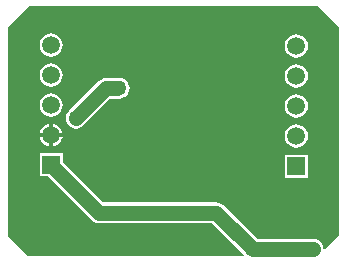
<source format=gbl>
%FSTAX26Y26*%
%MOIN*%
%SFA1B1*%

%IPPOS*%
%ADD17C,0.050000*%
%ADD21C,0.059060*%
%ADD22R,0.059060X0.059060*%
%ADD23C,0.050000*%
%LNunisolder52_oled-1*%
%LPD*%
G36*
X0055118Y0032283D02*
Y-0037008D01*
X0050424Y-0041702*
X0049955Y-0041464*
X0049856Y-0040712*
X0049514Y-0039885*
X0048969Y-0039175*
X0048259Y-003863*
X0047431Y-0038287*
X0046544Y-0038171*
X002772*
X0016625Y-0027075*
X0015915Y-002653*
X0015088Y-0026188*
X00142Y-0026071*
X-002348*
X-0036947Y-0012603*
Y-0009747*
X-0044653*
Y-0017453*
X-0041797*
X-0027325Y-0031925*
X-0026615Y-003247*
X-0025788Y-0032812*
X-00249Y-0032929*
X0012779*
X0023445Y-0043595*
X0023238Y-0044094*
X-0048425*
X-0055118Y-0037402*
Y0032283*
X-0048031Y003937*
X0048031*
X0055118Y0032283*
G37*
%LNunisolder52_oled-2*%
%LPC*%
G36*
X-0037013Y-000435D02*
X-004005D01*
Y-0007387*
X-0039794Y-0007354*
X-0038857Y-0006965*
X-0038052Y-0006348*
X-0037435Y-0005543*
X-0037046Y-0004606*
X-0037013Y-000435*
G37*
G36*
X-004155Y0000187D02*
X-0041806Y0000154D01*
X-0042743Y-0000235*
X-0043548Y-0000852*
X-0044165Y-0001657*
X-0044554Y-0002594*
X-0044587Y-000285*
X-004155*
Y0000187*
G37*
G36*
X-004005D02*
Y-000285D01*
X-0037013*
X-0037046Y-0002594*
X-0037435Y-0001657*
X-0038052Y-0000852*
X-0038857Y-0000235*
X-0039794Y0000154*
X-004005Y0000187*
G37*
G36*
X0044753Y-0010147D02*
X0037047D01*
Y-0017853*
X0044753*
Y-0010147*
G37*
G36*
X00409Y-0000114D02*
X0039894Y-0000246D01*
X0038957Y-0000635*
X0038152Y-0001252*
X0037535Y-0002057*
X0037146Y-0002994*
X0037014Y-0004*
X0037146Y-0005006*
X0037535Y-0005943*
X0038152Y-0006748*
X0038957Y-0007365*
X0039894Y-0007754*
X00409Y-0007886*
X0041906Y-0007754*
X0042843Y-0007365*
X0043648Y-0006748*
X0044265Y-0005943*
X0044654Y-0005006*
X0044786Y-0004*
X0044654Y-0002994*
X0044265Y-0002057*
X0043648Y-0001252*
X0042843Y-0000635*
X0041906Y-0000246*
X00409Y-0000114*
G37*
G36*
X-004155Y-000435D02*
X-0044587D01*
X-0044554Y-0004606*
X-0044165Y-0005543*
X-0043548Y-0006348*
X-0042743Y-0006965*
X-0041806Y-0007354*
X-004155Y-0007387*
Y-000435*
G37*
G36*
X-001811Y0015339D02*
X-001854Y0015282D01*
X-0018898Y0015329*
X-0022647*
X-0023535Y0015213*
X-0024362Y001487*
X-0025072Y0014325*
X-0035004Y0004393*
X-0035549Y0003683*
X-0035891Y0002856*
X-0036008Y0001969*
X-0035891Y0001081*
X-0035549Y0000254*
X-0035004Y-0000456*
X-0034293Y-0001001*
X-0033466Y-0001344*
X-0032579Y-0001461*
X-0031691Y-0001344*
X-0030864Y-0001001*
X-0030154Y-0000456*
X-0021227Y0008471*
X-0018898*
X-0018468Y0008527*
X-001811Y000848*
X-0017223Y0008597*
X-0016396Y000894*
X-0015685Y0009484*
X-001514Y0010195*
X-0014798Y0011022*
X-0014681Y0011909*
X-0014798Y0012797*
X-001514Y0013624*
X-0015685Y0014334*
X-0016396Y0014879*
X-0017223Y0015222*
X-001811Y0015339*
G37*
G36*
X00409Y0029886D02*
X0039894Y0029754D01*
X0038957Y0029365*
X0038152Y0028748*
X0037535Y0027943*
X0037146Y0027006*
X0037014Y0026*
X0037146Y0024994*
X0037535Y0024057*
X0038152Y0023252*
X0038957Y0022635*
X0039894Y0022246*
X00409Y0022114*
X0041906Y0022246*
X0042843Y0022635*
X0043648Y0023252*
X0044265Y0024057*
X0044654Y0024994*
X0044786Y0026*
X0044654Y0027006*
X0044265Y0027943*
X0043648Y0028748*
X0042843Y0029365*
X0041906Y0029754*
X00409Y0029886*
G37*
G36*
X-00408Y0030286D02*
X-0041806Y0030154D01*
X-0042743Y0029765*
X-0043548Y0029148*
X-0044165Y0028343*
X-0044554Y0027406*
X-0044686Y00264*
X-0044554Y0025394*
X-0044165Y0024457*
X-0043548Y0023652*
X-0042743Y0023035*
X-0041806Y0022646*
X-00408Y0022514*
X-0039794Y0022646*
X-0038857Y0023035*
X-0038052Y0023652*
X-0037435Y0024457*
X-0037046Y0025394*
X-0036914Y00264*
X-0037046Y0027406*
X-0037435Y0028343*
X-0038052Y0029148*
X-0038857Y0029765*
X-0039794Y0030154*
X-00408Y0030286*
G37*
G36*
Y0020286D02*
X-0041806Y0020154D01*
X-0042743Y0019765*
X-0043548Y0019148*
X-0044165Y0018343*
X-0044554Y0017406*
X-0044686Y00164*
X-0044554Y0015394*
X-0044165Y0014457*
X-0043548Y0013652*
X-0042743Y0013035*
X-0041806Y0012646*
X-00408Y0012514*
X-0039794Y0012646*
X-0038857Y0013035*
X-0038052Y0013652*
X-0037435Y0014457*
X-0037046Y0015394*
X-0036914Y00164*
X-0037046Y0017406*
X-0037435Y0018343*
X-0038052Y0019148*
X-0038857Y0019765*
X-0039794Y0020154*
X-00408Y0020286*
G37*
G36*
X00409Y0009886D02*
X0039894Y0009754D01*
X0038957Y0009365*
X0038152Y0008748*
X0037535Y0007943*
X0037146Y0007006*
X0037014Y0006*
X0037146Y0004994*
X0037535Y0004057*
X0038152Y0003252*
X0038957Y0002635*
X0039894Y0002246*
X00409Y0002114*
X0041906Y0002246*
X0042843Y0002635*
X0043648Y0003252*
X0044265Y0004057*
X0044654Y0004994*
X0044786Y0006*
X0044654Y0007006*
X0044265Y0007943*
X0043648Y0008748*
X0042843Y0009365*
X0041906Y0009754*
X00409Y0009886*
G37*
G36*
X-00408Y0010286D02*
X-0041806Y0010154D01*
X-0042743Y0009765*
X-0043548Y0009148*
X-0044165Y0008343*
X-0044554Y0007406*
X-0044686Y00064*
X-0044554Y0005394*
X-0044165Y0004457*
X-0043548Y0003652*
X-0042743Y0003035*
X-0041806Y0002646*
X-00408Y0002514*
X-0039794Y0002646*
X-0038857Y0003035*
X-0038052Y0003652*
X-0037435Y0004457*
X-0037046Y0005394*
X-0036914Y00064*
X-0037046Y0007406*
X-0037435Y0008343*
X-0038052Y0009148*
X-0038857Y0009765*
X-0039794Y0010154*
X-00408Y0010286*
G37*
G36*
X00409Y0019886D02*
X0039894Y0019754D01*
X0038957Y0019365*
X0038152Y0018748*
X0037535Y0017943*
X0037146Y0017006*
X0037014Y0016*
X0037146Y0014994*
X0037535Y0014057*
X0038152Y0013252*
X0038957Y0012635*
X0039894Y0012246*
X00409Y0012114*
X0041906Y0012246*
X0042843Y0012635*
X0043648Y0013252*
X0044265Y0014057*
X0044654Y0014994*
X0044786Y0016*
X0044654Y0017006*
X0044265Y0017943*
X0043648Y0018748*
X0042843Y0019365*
X0041906Y0019754*
X00409Y0019886*
G37*
%LNunisolder52_oled-3*%
%LPD*%
G54D17*
X-0022647Y00119D02*
X-0018898D01*
X-0032579Y0001969D02*
X-0022647Y00119D01*
X00263Y-00416D02*
X0046544D01*
X00142Y-00295D02*
X00263Y-00416D01*
X-00249Y-00295D02*
X00142D01*
X-00408Y-00136D02*
X-00249Y-00295D01*
G54D21*
X00409Y0026D03*
Y0016D03*
Y0006D03*
Y-0004D03*
X-00408Y00264D03*
Y00164D03*
Y00064D03*
Y-00036D03*
G54D22*
X00409Y-0014D03*
X-00408Y-00136D03*
G54D23*
X-0001969Y0008169D03*
X-001811Y0011909D03*
X-00184Y0006D03*
X-0026476Y-0000689D03*
X0044488Y-0034843D03*
X0016535Y-0041535D03*
X-0032579Y0001969D03*
X0033268Y-0007185D03*
X0052067Y-0015354D03*
X0026191Y-0041491D03*
X0046544Y-00416D03*
X-00448Y-00211D03*
X-0002854Y-0018799D03*
X-0017421Y0019882D03*
X-00305Y00277D03*
X-00207Y0036D03*
X-00408Y00358D03*
X-00503Y00211D03*
X-005Y00047D03*
X0050984Y0011319D03*
X00508Y00213D03*
X00402Y00355D03*
X0024281Y0016298D03*
X0018898Y-0010827D03*
X-0027657Y001565D03*
X-0004724Y0019783D03*
X-00309Y-00416D03*
X-0002756Y-0041634D03*
X00443Y-00262D03*
X-0017815Y-0018996D03*
X0004724Y-0013287D03*
X-00444Y-00323D03*
X000876Y0030217D03*
X-00177Y-00417D03*
X-00486Y-00405D03*
X-0001969Y0036909D03*
X001811Y0002264D03*
X-0008465Y-00125D03*
X0022244Y0036909D03*
X000876Y0017618D03*
X0033957Y0003248D03*
M02*
</source>
